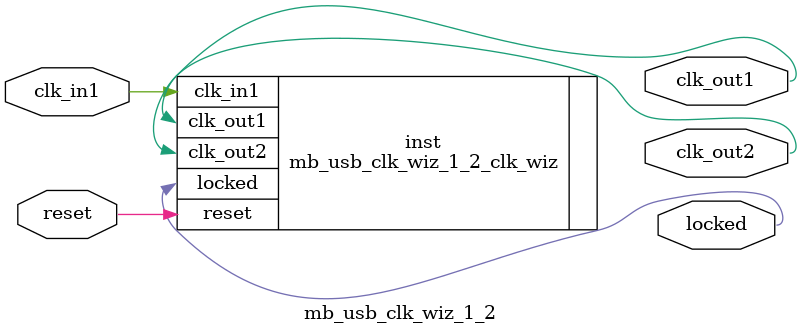
<source format=v>


`timescale 1ps/1ps

(* CORE_GENERATION_INFO = "mb_usb_clk_wiz_1_2,clk_wiz_v6_0_11_0_0,{component_name=mb_usb_clk_wiz_1_2,use_phase_alignment=true,use_min_o_jitter=false,use_max_i_jitter=false,use_dyn_phase_shift=false,use_inclk_switchover=false,use_dyn_reconfig=false,enable_axi=0,feedback_source=FDBK_AUTO,PRIMITIVE=MMCM,num_out_clk=2,clkin1_period=10.000,clkin2_period=10.000,use_power_down=false,use_reset=true,use_locked=true,use_inclk_stopped=false,feedback_type=SINGLE,CLOCK_MGR_TYPE=NA,manual_override=false}" *)

module mb_usb_clk_wiz_1_2 
 (
  // Clock out ports
  output        clk_out1,
  output        clk_out2,
  // Status and control signals
  input         reset,
  output        locked,
 // Clock in ports
  input         clk_in1
 );

  mb_usb_clk_wiz_1_2_clk_wiz inst
  (
  // Clock out ports  
  .clk_out1(clk_out1),
  .clk_out2(clk_out2),
  // Status and control signals               
  .reset(reset), 
  .locked(locked),
 // Clock in ports
  .clk_in1(clk_in1)
  );

endmodule

</source>
